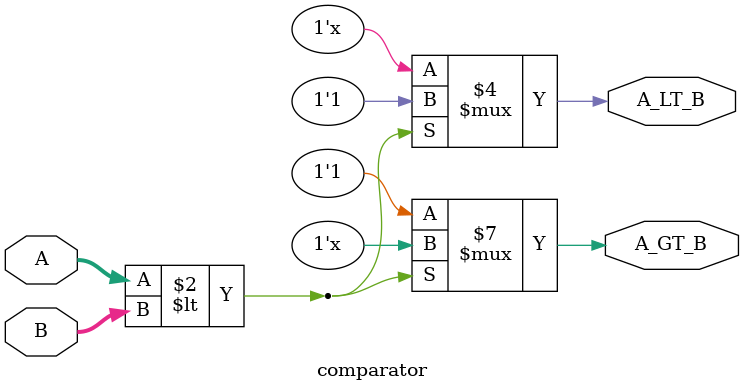
<source format=v>
module comparator(A,B,A_GT_B,A_LT_B);

input [3:0]A,B;
output reg A_GT_B,A_LT_B;

always@(*)
begin
if(A<B)
A_LT_B=1;
else
A_GT_B=1;

end


endmodule

</source>
